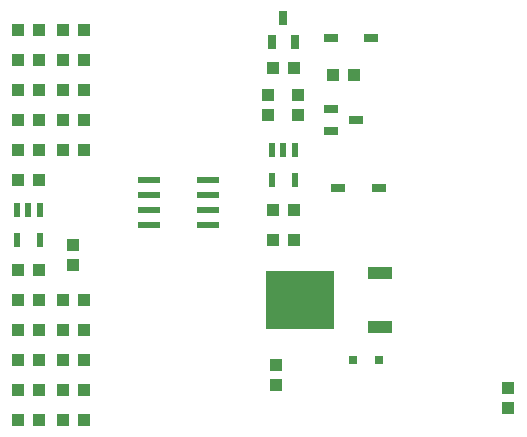
<source format=gbr>
G04 EAGLE Gerber RS-274X export*
G75*
%MOMM*%
%FSLAX34Y34*%
%LPD*%
%INSolderpaste Top*%
%IPPOS*%
%AMOC8*
5,1,8,0,0,1.08239X$1,22.5*%
G01*
%ADD10R,1.000000X1.100000*%
%ADD11R,0.800000X0.800000*%
%ADD12R,1.200000X0.750000*%
%ADD13R,2.100000X1.000000*%
%ADD14R,5.850000X4.900000*%
%ADD15R,0.600000X1.150000*%
%ADD16R,1.981200X0.558800*%
%ADD17R,0.650000X1.200000*%
%ADD18R,1.200000X0.650000*%
%ADD19R,1.100000X1.000000*%


D10*
X508000Y65650D03*
X508000Y48650D03*
X311150Y67700D03*
X311150Y84700D03*
X330200Y296300D03*
X330200Y313300D03*
D11*
X376350Y88900D03*
X398350Y88900D03*
D12*
X391650Y361950D03*
X357650Y361950D03*
X398000Y234950D03*
X364000Y234950D03*
D13*
X399100Y116900D03*
X399100Y162500D03*
D14*
X331100Y139700D03*
D15*
X111100Y216200D03*
X101600Y216200D03*
X92100Y216200D03*
X92100Y190200D03*
X111100Y190200D03*
D16*
X253238Y203200D03*
X253238Y215900D03*
X253238Y228600D03*
X253238Y241300D03*
X203962Y241300D03*
X203962Y228600D03*
X203962Y215900D03*
X203962Y203200D03*
D15*
X327000Y267000D03*
X317500Y267000D03*
X308000Y267000D03*
X308000Y241000D03*
X327000Y241000D03*
D17*
X307900Y357800D03*
X327100Y357800D03*
X317500Y378800D03*
D18*
X357800Y301700D03*
X357800Y282500D03*
X378800Y292100D03*
D10*
X110100Y38100D03*
X93100Y38100D03*
X131200Y139700D03*
X148200Y139700D03*
X110100Y165100D03*
X93100Y165100D03*
X148200Y342900D03*
X131200Y342900D03*
X131200Y368300D03*
X148200Y368300D03*
X93100Y368300D03*
X110100Y368300D03*
X148200Y317500D03*
X131200Y317500D03*
X110100Y317500D03*
X93100Y317500D03*
X93100Y342900D03*
X110100Y342900D03*
X110100Y292100D03*
X93100Y292100D03*
X148200Y292100D03*
X131200Y292100D03*
X148200Y38100D03*
X131200Y38100D03*
X93100Y266700D03*
X110100Y266700D03*
X148200Y266700D03*
X131200Y266700D03*
X93100Y241300D03*
X110100Y241300D03*
D19*
X139700Y186300D03*
X139700Y169300D03*
X304800Y313300D03*
X304800Y296300D03*
D10*
X326000Y215900D03*
X309000Y215900D03*
X309000Y190500D03*
X326000Y190500D03*
X326000Y336550D03*
X309000Y336550D03*
X376800Y330200D03*
X359800Y330200D03*
X131200Y63500D03*
X148200Y63500D03*
X110100Y63500D03*
X93100Y63500D03*
X93100Y88900D03*
X110100Y88900D03*
X131200Y88900D03*
X148200Y88900D03*
X131200Y114300D03*
X148200Y114300D03*
X93100Y114300D03*
X110100Y114300D03*
X110100Y139700D03*
X93100Y139700D03*
M02*

</source>
